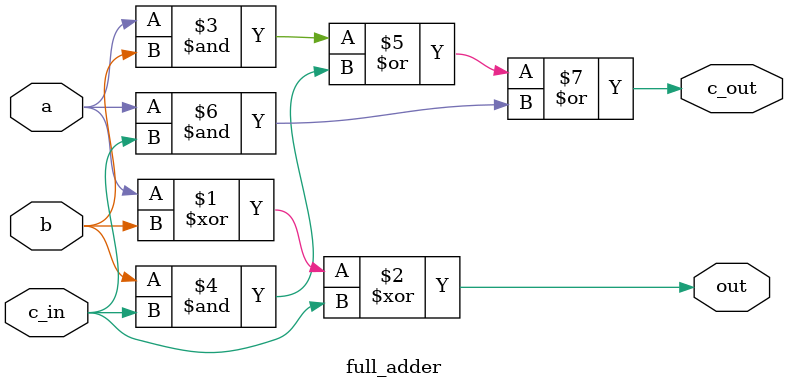
<source format=v>
`timescale 1ns / 1ps

module full_adder(

input  a , b , c_in,
output out,c_out    )                 ;
    
assign out = a^b^c_in                 ;
assign c_out=a&b | b&c_in | a&c_in    ;

endmodule

</source>
